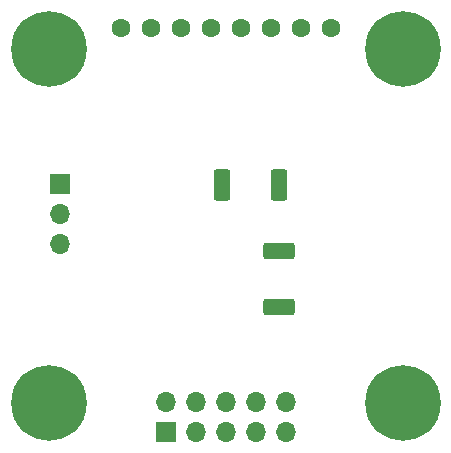
<source format=gbr>
%TF.GenerationSoftware,KiCad,Pcbnew,7.0.7*%
%TF.CreationDate,2024-02-22T12:38:55+00:00*%
%TF.ProjectId,gaugeInterface_rev0,67617567-6549-46e7-9465-72666163655f,rev?*%
%TF.SameCoordinates,Original*%
%TF.FileFunction,Soldermask,Top*%
%TF.FilePolarity,Negative*%
%FSLAX46Y46*%
G04 Gerber Fmt 4.6, Leading zero omitted, Abs format (unit mm)*
G04 Created by KiCad (PCBNEW 7.0.7) date 2024-02-22 12:38:55*
%MOMM*%
%LPD*%
G01*
G04 APERTURE LIST*
G04 Aperture macros list*
%AMRoundRect*
0 Rectangle with rounded corners*
0 $1 Rounding radius*
0 $2 $3 $4 $5 $6 $7 $8 $9 X,Y pos of 4 corners*
0 Add a 4 corners polygon primitive as box body*
4,1,4,$2,$3,$4,$5,$6,$7,$8,$9,$2,$3,0*
0 Add four circle primitives for the rounded corners*
1,1,$1+$1,$2,$3*
1,1,$1+$1,$4,$5*
1,1,$1+$1,$6,$7*
1,1,$1+$1,$8,$9*
0 Add four rect primitives between the rounded corners*
20,1,$1+$1,$2,$3,$4,$5,0*
20,1,$1+$1,$4,$5,$6,$7,0*
20,1,$1+$1,$6,$7,$8,$9,0*
20,1,$1+$1,$8,$9,$2,$3,0*%
G04 Aperture macros list end*
%ADD10C,0.800000*%
%ADD11C,6.400000*%
%ADD12R,1.700000X1.700000*%
%ADD13O,1.700000X1.700000*%
%ADD14C,1.600000*%
%ADD15RoundRect,0.249999X-1.075001X0.450001X-1.075001X-0.450001X1.075001X-0.450001X1.075001X0.450001X0*%
%ADD16RoundRect,0.249999X-0.450001X-1.075001X0.450001X-1.075001X0.450001X1.075001X-0.450001X1.075001X0*%
G04 APERTURE END LIST*
D10*
%TO.C,H3*%
X32600000Y-35000000D03*
X33302944Y-33302944D03*
X33302944Y-36697056D03*
X35000000Y-32600000D03*
D11*
X35000000Y-35000000D03*
D10*
X35000000Y-37400000D03*
X36697056Y-33302944D03*
X36697056Y-36697056D03*
X37400000Y-35000000D03*
%TD*%
%TO.C,H4*%
X2600000Y-35000000D03*
X3302944Y-33302944D03*
X3302944Y-36697056D03*
X5000000Y-32600000D03*
D11*
X5000000Y-35000000D03*
D10*
X5000000Y-37400000D03*
X6697056Y-33302944D03*
X6697056Y-36697056D03*
X7400000Y-35000000D03*
%TD*%
%TO.C,H1*%
X2600000Y-5000000D03*
X3302944Y-3302944D03*
X3302944Y-6697056D03*
X5000000Y-2600000D03*
D11*
X5000000Y-5000000D03*
D10*
X5000000Y-7400000D03*
X6697056Y-3302944D03*
X6697056Y-6697056D03*
X7400000Y-5000000D03*
%TD*%
D12*
%TO.C,J2*%
X6000000Y-16475000D03*
D13*
X6000000Y-19015000D03*
X6000000Y-21555000D03*
%TD*%
D14*
%TO.C,J3*%
X11110000Y-3200000D03*
X13650000Y-3200000D03*
X16190000Y-3200000D03*
X18730000Y-3200000D03*
X21270000Y-3200000D03*
X23810000Y-3200000D03*
X26350000Y-3200000D03*
X28890000Y-3200000D03*
%TD*%
D10*
%TO.C,H2*%
X32600000Y-5000000D03*
X33302944Y-3302944D03*
X33302944Y-6697056D03*
X35000000Y-2600000D03*
D11*
X35000000Y-5000000D03*
D10*
X35000000Y-7400000D03*
X36697056Y-3302944D03*
X36697056Y-6697056D03*
X37400000Y-5000000D03*
%TD*%
D12*
%TO.C,J1*%
X14920000Y-37460000D03*
D13*
X14920000Y-34920000D03*
X17460000Y-37460000D03*
X17460000Y-34920000D03*
X20000000Y-37460000D03*
X20000000Y-34920000D03*
X22540000Y-37460000D03*
X22540000Y-34920000D03*
X25080000Y-37460000D03*
X25080000Y-34920000D03*
%TD*%
D15*
%TO.C,R2*%
X24500000Y-22100000D03*
X24500000Y-26900000D03*
%TD*%
D16*
%TO.C,R1*%
X19700000Y-16500000D03*
X24500000Y-16500000D03*
%TD*%
M02*

</source>
